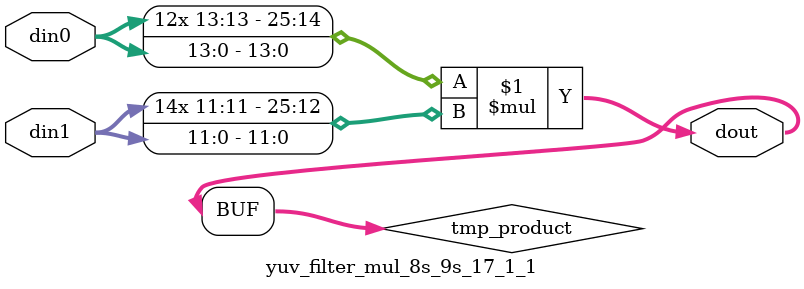
<source format=v>

`timescale 1 ns / 1 ps

 module yuv_filter_mul_8s_9s_17_1_1(din0, din1, dout);
parameter ID = 1;
parameter NUM_STAGE = 0;
parameter din0_WIDTH = 14;
parameter din1_WIDTH = 12;
parameter dout_WIDTH = 26;

input [din0_WIDTH - 1 : 0] din0; 
input [din1_WIDTH - 1 : 0] din1; 
output [dout_WIDTH - 1 : 0] dout;

wire signed [dout_WIDTH - 1 : 0] tmp_product;



























assign tmp_product = $signed(din0) * $signed(din1);








assign dout = tmp_product;





















endmodule

</source>
